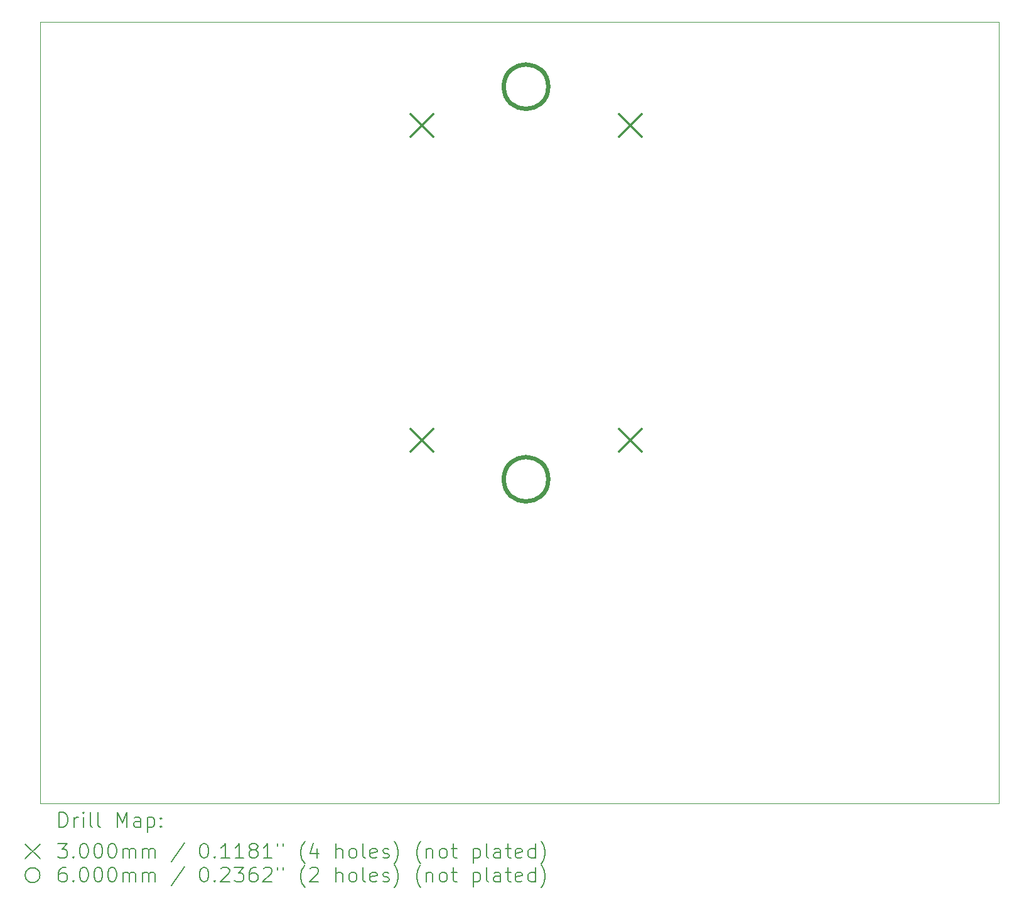
<source format=gbr>
%TF.GenerationSoftware,KiCad,Pcbnew,7.0.9*%
%TF.CreationDate,2024-05-29T20:40:22+05:30*%
%TF.ProjectId,LU,4c552e6b-6963-4616-945f-706362585858,rev?*%
%TF.SameCoordinates,Original*%
%TF.FileFunction,Drillmap*%
%TF.FilePolarity,Positive*%
%FSLAX45Y45*%
G04 Gerber Fmt 4.5, Leading zero omitted, Abs format (unit mm)*
G04 Created by KiCad (PCBNEW 7.0.9) date 2024-05-29 20:40:22*
%MOMM*%
%LPD*%
G01*
G04 APERTURE LIST*
%ADD10C,0.100000*%
%ADD11C,0.200000*%
%ADD12C,0.300000*%
%ADD13C,0.600000*%
G04 APERTURE END LIST*
D10*
X8730000Y-9280000D02*
X21660000Y-9280000D01*
X21660000Y-19830000D01*
X8730000Y-19830000D01*
X8730000Y-9280000D01*
D11*
D12*
X13725000Y-10525000D02*
X14025000Y-10825000D01*
X14025000Y-10525000D02*
X13725000Y-10825000D01*
X13725000Y-14775000D02*
X14025000Y-15075000D01*
X14025000Y-14775000D02*
X13725000Y-15075000D01*
X16535000Y-10525000D02*
X16835000Y-10825000D01*
X16835000Y-10525000D02*
X16535000Y-10825000D01*
X16535000Y-14775000D02*
X16835000Y-15075000D01*
X16835000Y-14775000D02*
X16535000Y-15075000D01*
D13*
X15580000Y-10150000D02*
G75*
G03*
X15580000Y-10150000I-300000J0D01*
G01*
X15580000Y-15450000D02*
G75*
G03*
X15580000Y-15450000I-300000J0D01*
G01*
D11*
X8985777Y-20146484D02*
X8985777Y-19946484D01*
X8985777Y-19946484D02*
X9033396Y-19946484D01*
X9033396Y-19946484D02*
X9061967Y-19956008D01*
X9061967Y-19956008D02*
X9081015Y-19975055D01*
X9081015Y-19975055D02*
X9090539Y-19994103D01*
X9090539Y-19994103D02*
X9100063Y-20032198D01*
X9100063Y-20032198D02*
X9100063Y-20060770D01*
X9100063Y-20060770D02*
X9090539Y-20098865D01*
X9090539Y-20098865D02*
X9081015Y-20117912D01*
X9081015Y-20117912D02*
X9061967Y-20136960D01*
X9061967Y-20136960D02*
X9033396Y-20146484D01*
X9033396Y-20146484D02*
X8985777Y-20146484D01*
X9185777Y-20146484D02*
X9185777Y-20013150D01*
X9185777Y-20051246D02*
X9195301Y-20032198D01*
X9195301Y-20032198D02*
X9204824Y-20022674D01*
X9204824Y-20022674D02*
X9223872Y-20013150D01*
X9223872Y-20013150D02*
X9242920Y-20013150D01*
X9309586Y-20146484D02*
X9309586Y-20013150D01*
X9309586Y-19946484D02*
X9300063Y-19956008D01*
X9300063Y-19956008D02*
X9309586Y-19965531D01*
X9309586Y-19965531D02*
X9319110Y-19956008D01*
X9319110Y-19956008D02*
X9309586Y-19946484D01*
X9309586Y-19946484D02*
X9309586Y-19965531D01*
X9433396Y-20146484D02*
X9414348Y-20136960D01*
X9414348Y-20136960D02*
X9404824Y-20117912D01*
X9404824Y-20117912D02*
X9404824Y-19946484D01*
X9538158Y-20146484D02*
X9519110Y-20136960D01*
X9519110Y-20136960D02*
X9509586Y-20117912D01*
X9509586Y-20117912D02*
X9509586Y-19946484D01*
X9766729Y-20146484D02*
X9766729Y-19946484D01*
X9766729Y-19946484D02*
X9833396Y-20089341D01*
X9833396Y-20089341D02*
X9900063Y-19946484D01*
X9900063Y-19946484D02*
X9900063Y-20146484D01*
X10081015Y-20146484D02*
X10081015Y-20041722D01*
X10081015Y-20041722D02*
X10071491Y-20022674D01*
X10071491Y-20022674D02*
X10052444Y-20013150D01*
X10052444Y-20013150D02*
X10014348Y-20013150D01*
X10014348Y-20013150D02*
X9995301Y-20022674D01*
X10081015Y-20136960D02*
X10061967Y-20146484D01*
X10061967Y-20146484D02*
X10014348Y-20146484D01*
X10014348Y-20146484D02*
X9995301Y-20136960D01*
X9995301Y-20136960D02*
X9985777Y-20117912D01*
X9985777Y-20117912D02*
X9985777Y-20098865D01*
X9985777Y-20098865D02*
X9995301Y-20079817D01*
X9995301Y-20079817D02*
X10014348Y-20070293D01*
X10014348Y-20070293D02*
X10061967Y-20070293D01*
X10061967Y-20070293D02*
X10081015Y-20060770D01*
X10176253Y-20013150D02*
X10176253Y-20213150D01*
X10176253Y-20022674D02*
X10195301Y-20013150D01*
X10195301Y-20013150D02*
X10233396Y-20013150D01*
X10233396Y-20013150D02*
X10252444Y-20022674D01*
X10252444Y-20022674D02*
X10261967Y-20032198D01*
X10261967Y-20032198D02*
X10271491Y-20051246D01*
X10271491Y-20051246D02*
X10271491Y-20108389D01*
X10271491Y-20108389D02*
X10261967Y-20127436D01*
X10261967Y-20127436D02*
X10252444Y-20136960D01*
X10252444Y-20136960D02*
X10233396Y-20146484D01*
X10233396Y-20146484D02*
X10195301Y-20146484D01*
X10195301Y-20146484D02*
X10176253Y-20136960D01*
X10357205Y-20127436D02*
X10366729Y-20136960D01*
X10366729Y-20136960D02*
X10357205Y-20146484D01*
X10357205Y-20146484D02*
X10347682Y-20136960D01*
X10347682Y-20136960D02*
X10357205Y-20127436D01*
X10357205Y-20127436D02*
X10357205Y-20146484D01*
X10357205Y-20022674D02*
X10366729Y-20032198D01*
X10366729Y-20032198D02*
X10357205Y-20041722D01*
X10357205Y-20041722D02*
X10347682Y-20032198D01*
X10347682Y-20032198D02*
X10357205Y-20022674D01*
X10357205Y-20022674D02*
X10357205Y-20041722D01*
X8525000Y-20375000D02*
X8725000Y-20575000D01*
X8725000Y-20375000D02*
X8525000Y-20575000D01*
X8966729Y-20366484D02*
X9090539Y-20366484D01*
X9090539Y-20366484D02*
X9023872Y-20442674D01*
X9023872Y-20442674D02*
X9052444Y-20442674D01*
X9052444Y-20442674D02*
X9071491Y-20452198D01*
X9071491Y-20452198D02*
X9081015Y-20461722D01*
X9081015Y-20461722D02*
X9090539Y-20480770D01*
X9090539Y-20480770D02*
X9090539Y-20528389D01*
X9090539Y-20528389D02*
X9081015Y-20547436D01*
X9081015Y-20547436D02*
X9071491Y-20556960D01*
X9071491Y-20556960D02*
X9052444Y-20566484D01*
X9052444Y-20566484D02*
X8995301Y-20566484D01*
X8995301Y-20566484D02*
X8976253Y-20556960D01*
X8976253Y-20556960D02*
X8966729Y-20547436D01*
X9176253Y-20547436D02*
X9185777Y-20556960D01*
X9185777Y-20556960D02*
X9176253Y-20566484D01*
X9176253Y-20566484D02*
X9166729Y-20556960D01*
X9166729Y-20556960D02*
X9176253Y-20547436D01*
X9176253Y-20547436D02*
X9176253Y-20566484D01*
X9309586Y-20366484D02*
X9328634Y-20366484D01*
X9328634Y-20366484D02*
X9347682Y-20376008D01*
X9347682Y-20376008D02*
X9357205Y-20385531D01*
X9357205Y-20385531D02*
X9366729Y-20404579D01*
X9366729Y-20404579D02*
X9376253Y-20442674D01*
X9376253Y-20442674D02*
X9376253Y-20490293D01*
X9376253Y-20490293D02*
X9366729Y-20528389D01*
X9366729Y-20528389D02*
X9357205Y-20547436D01*
X9357205Y-20547436D02*
X9347682Y-20556960D01*
X9347682Y-20556960D02*
X9328634Y-20566484D01*
X9328634Y-20566484D02*
X9309586Y-20566484D01*
X9309586Y-20566484D02*
X9290539Y-20556960D01*
X9290539Y-20556960D02*
X9281015Y-20547436D01*
X9281015Y-20547436D02*
X9271491Y-20528389D01*
X9271491Y-20528389D02*
X9261967Y-20490293D01*
X9261967Y-20490293D02*
X9261967Y-20442674D01*
X9261967Y-20442674D02*
X9271491Y-20404579D01*
X9271491Y-20404579D02*
X9281015Y-20385531D01*
X9281015Y-20385531D02*
X9290539Y-20376008D01*
X9290539Y-20376008D02*
X9309586Y-20366484D01*
X9500063Y-20366484D02*
X9519110Y-20366484D01*
X9519110Y-20366484D02*
X9538158Y-20376008D01*
X9538158Y-20376008D02*
X9547682Y-20385531D01*
X9547682Y-20385531D02*
X9557205Y-20404579D01*
X9557205Y-20404579D02*
X9566729Y-20442674D01*
X9566729Y-20442674D02*
X9566729Y-20490293D01*
X9566729Y-20490293D02*
X9557205Y-20528389D01*
X9557205Y-20528389D02*
X9547682Y-20547436D01*
X9547682Y-20547436D02*
X9538158Y-20556960D01*
X9538158Y-20556960D02*
X9519110Y-20566484D01*
X9519110Y-20566484D02*
X9500063Y-20566484D01*
X9500063Y-20566484D02*
X9481015Y-20556960D01*
X9481015Y-20556960D02*
X9471491Y-20547436D01*
X9471491Y-20547436D02*
X9461967Y-20528389D01*
X9461967Y-20528389D02*
X9452444Y-20490293D01*
X9452444Y-20490293D02*
X9452444Y-20442674D01*
X9452444Y-20442674D02*
X9461967Y-20404579D01*
X9461967Y-20404579D02*
X9471491Y-20385531D01*
X9471491Y-20385531D02*
X9481015Y-20376008D01*
X9481015Y-20376008D02*
X9500063Y-20366484D01*
X9690539Y-20366484D02*
X9709586Y-20366484D01*
X9709586Y-20366484D02*
X9728634Y-20376008D01*
X9728634Y-20376008D02*
X9738158Y-20385531D01*
X9738158Y-20385531D02*
X9747682Y-20404579D01*
X9747682Y-20404579D02*
X9757205Y-20442674D01*
X9757205Y-20442674D02*
X9757205Y-20490293D01*
X9757205Y-20490293D02*
X9747682Y-20528389D01*
X9747682Y-20528389D02*
X9738158Y-20547436D01*
X9738158Y-20547436D02*
X9728634Y-20556960D01*
X9728634Y-20556960D02*
X9709586Y-20566484D01*
X9709586Y-20566484D02*
X9690539Y-20566484D01*
X9690539Y-20566484D02*
X9671491Y-20556960D01*
X9671491Y-20556960D02*
X9661967Y-20547436D01*
X9661967Y-20547436D02*
X9652444Y-20528389D01*
X9652444Y-20528389D02*
X9642920Y-20490293D01*
X9642920Y-20490293D02*
X9642920Y-20442674D01*
X9642920Y-20442674D02*
X9652444Y-20404579D01*
X9652444Y-20404579D02*
X9661967Y-20385531D01*
X9661967Y-20385531D02*
X9671491Y-20376008D01*
X9671491Y-20376008D02*
X9690539Y-20366484D01*
X9842920Y-20566484D02*
X9842920Y-20433150D01*
X9842920Y-20452198D02*
X9852444Y-20442674D01*
X9852444Y-20442674D02*
X9871491Y-20433150D01*
X9871491Y-20433150D02*
X9900063Y-20433150D01*
X9900063Y-20433150D02*
X9919110Y-20442674D01*
X9919110Y-20442674D02*
X9928634Y-20461722D01*
X9928634Y-20461722D02*
X9928634Y-20566484D01*
X9928634Y-20461722D02*
X9938158Y-20442674D01*
X9938158Y-20442674D02*
X9957205Y-20433150D01*
X9957205Y-20433150D02*
X9985777Y-20433150D01*
X9985777Y-20433150D02*
X10004825Y-20442674D01*
X10004825Y-20442674D02*
X10014348Y-20461722D01*
X10014348Y-20461722D02*
X10014348Y-20566484D01*
X10109586Y-20566484D02*
X10109586Y-20433150D01*
X10109586Y-20452198D02*
X10119110Y-20442674D01*
X10119110Y-20442674D02*
X10138158Y-20433150D01*
X10138158Y-20433150D02*
X10166729Y-20433150D01*
X10166729Y-20433150D02*
X10185777Y-20442674D01*
X10185777Y-20442674D02*
X10195301Y-20461722D01*
X10195301Y-20461722D02*
X10195301Y-20566484D01*
X10195301Y-20461722D02*
X10204825Y-20442674D01*
X10204825Y-20442674D02*
X10223872Y-20433150D01*
X10223872Y-20433150D02*
X10252444Y-20433150D01*
X10252444Y-20433150D02*
X10271491Y-20442674D01*
X10271491Y-20442674D02*
X10281015Y-20461722D01*
X10281015Y-20461722D02*
X10281015Y-20566484D01*
X10671491Y-20356960D02*
X10500063Y-20614103D01*
X10928634Y-20366484D02*
X10947682Y-20366484D01*
X10947682Y-20366484D02*
X10966729Y-20376008D01*
X10966729Y-20376008D02*
X10976253Y-20385531D01*
X10976253Y-20385531D02*
X10985777Y-20404579D01*
X10985777Y-20404579D02*
X10995301Y-20442674D01*
X10995301Y-20442674D02*
X10995301Y-20490293D01*
X10995301Y-20490293D02*
X10985777Y-20528389D01*
X10985777Y-20528389D02*
X10976253Y-20547436D01*
X10976253Y-20547436D02*
X10966729Y-20556960D01*
X10966729Y-20556960D02*
X10947682Y-20566484D01*
X10947682Y-20566484D02*
X10928634Y-20566484D01*
X10928634Y-20566484D02*
X10909587Y-20556960D01*
X10909587Y-20556960D02*
X10900063Y-20547436D01*
X10900063Y-20547436D02*
X10890539Y-20528389D01*
X10890539Y-20528389D02*
X10881015Y-20490293D01*
X10881015Y-20490293D02*
X10881015Y-20442674D01*
X10881015Y-20442674D02*
X10890539Y-20404579D01*
X10890539Y-20404579D02*
X10900063Y-20385531D01*
X10900063Y-20385531D02*
X10909587Y-20376008D01*
X10909587Y-20376008D02*
X10928634Y-20366484D01*
X11081015Y-20547436D02*
X11090539Y-20556960D01*
X11090539Y-20556960D02*
X11081015Y-20566484D01*
X11081015Y-20566484D02*
X11071491Y-20556960D01*
X11071491Y-20556960D02*
X11081015Y-20547436D01*
X11081015Y-20547436D02*
X11081015Y-20566484D01*
X11281015Y-20566484D02*
X11166729Y-20566484D01*
X11223872Y-20566484D02*
X11223872Y-20366484D01*
X11223872Y-20366484D02*
X11204825Y-20395055D01*
X11204825Y-20395055D02*
X11185777Y-20414103D01*
X11185777Y-20414103D02*
X11166729Y-20423627D01*
X11471491Y-20566484D02*
X11357206Y-20566484D01*
X11414348Y-20566484D02*
X11414348Y-20366484D01*
X11414348Y-20366484D02*
X11395301Y-20395055D01*
X11395301Y-20395055D02*
X11376253Y-20414103D01*
X11376253Y-20414103D02*
X11357206Y-20423627D01*
X11585777Y-20452198D02*
X11566729Y-20442674D01*
X11566729Y-20442674D02*
X11557206Y-20433150D01*
X11557206Y-20433150D02*
X11547682Y-20414103D01*
X11547682Y-20414103D02*
X11547682Y-20404579D01*
X11547682Y-20404579D02*
X11557206Y-20385531D01*
X11557206Y-20385531D02*
X11566729Y-20376008D01*
X11566729Y-20376008D02*
X11585777Y-20366484D01*
X11585777Y-20366484D02*
X11623872Y-20366484D01*
X11623872Y-20366484D02*
X11642920Y-20376008D01*
X11642920Y-20376008D02*
X11652444Y-20385531D01*
X11652444Y-20385531D02*
X11661967Y-20404579D01*
X11661967Y-20404579D02*
X11661967Y-20414103D01*
X11661967Y-20414103D02*
X11652444Y-20433150D01*
X11652444Y-20433150D02*
X11642920Y-20442674D01*
X11642920Y-20442674D02*
X11623872Y-20452198D01*
X11623872Y-20452198D02*
X11585777Y-20452198D01*
X11585777Y-20452198D02*
X11566729Y-20461722D01*
X11566729Y-20461722D02*
X11557206Y-20471246D01*
X11557206Y-20471246D02*
X11547682Y-20490293D01*
X11547682Y-20490293D02*
X11547682Y-20528389D01*
X11547682Y-20528389D02*
X11557206Y-20547436D01*
X11557206Y-20547436D02*
X11566729Y-20556960D01*
X11566729Y-20556960D02*
X11585777Y-20566484D01*
X11585777Y-20566484D02*
X11623872Y-20566484D01*
X11623872Y-20566484D02*
X11642920Y-20556960D01*
X11642920Y-20556960D02*
X11652444Y-20547436D01*
X11652444Y-20547436D02*
X11661967Y-20528389D01*
X11661967Y-20528389D02*
X11661967Y-20490293D01*
X11661967Y-20490293D02*
X11652444Y-20471246D01*
X11652444Y-20471246D02*
X11642920Y-20461722D01*
X11642920Y-20461722D02*
X11623872Y-20452198D01*
X11852444Y-20566484D02*
X11738158Y-20566484D01*
X11795301Y-20566484D02*
X11795301Y-20366484D01*
X11795301Y-20366484D02*
X11776253Y-20395055D01*
X11776253Y-20395055D02*
X11757206Y-20414103D01*
X11757206Y-20414103D02*
X11738158Y-20423627D01*
X11928634Y-20366484D02*
X11928634Y-20404579D01*
X12004825Y-20366484D02*
X12004825Y-20404579D01*
X12300063Y-20642674D02*
X12290539Y-20633150D01*
X12290539Y-20633150D02*
X12271491Y-20604579D01*
X12271491Y-20604579D02*
X12261968Y-20585531D01*
X12261968Y-20585531D02*
X12252444Y-20556960D01*
X12252444Y-20556960D02*
X12242920Y-20509341D01*
X12242920Y-20509341D02*
X12242920Y-20471246D01*
X12242920Y-20471246D02*
X12252444Y-20423627D01*
X12252444Y-20423627D02*
X12261968Y-20395055D01*
X12261968Y-20395055D02*
X12271491Y-20376008D01*
X12271491Y-20376008D02*
X12290539Y-20347436D01*
X12290539Y-20347436D02*
X12300063Y-20337912D01*
X12461968Y-20433150D02*
X12461968Y-20566484D01*
X12414348Y-20356960D02*
X12366729Y-20499817D01*
X12366729Y-20499817D02*
X12490539Y-20499817D01*
X12719110Y-20566484D02*
X12719110Y-20366484D01*
X12804825Y-20566484D02*
X12804825Y-20461722D01*
X12804825Y-20461722D02*
X12795301Y-20442674D01*
X12795301Y-20442674D02*
X12776253Y-20433150D01*
X12776253Y-20433150D02*
X12747682Y-20433150D01*
X12747682Y-20433150D02*
X12728634Y-20442674D01*
X12728634Y-20442674D02*
X12719110Y-20452198D01*
X12928634Y-20566484D02*
X12909587Y-20556960D01*
X12909587Y-20556960D02*
X12900063Y-20547436D01*
X12900063Y-20547436D02*
X12890539Y-20528389D01*
X12890539Y-20528389D02*
X12890539Y-20471246D01*
X12890539Y-20471246D02*
X12900063Y-20452198D01*
X12900063Y-20452198D02*
X12909587Y-20442674D01*
X12909587Y-20442674D02*
X12928634Y-20433150D01*
X12928634Y-20433150D02*
X12957206Y-20433150D01*
X12957206Y-20433150D02*
X12976253Y-20442674D01*
X12976253Y-20442674D02*
X12985777Y-20452198D01*
X12985777Y-20452198D02*
X12995301Y-20471246D01*
X12995301Y-20471246D02*
X12995301Y-20528389D01*
X12995301Y-20528389D02*
X12985777Y-20547436D01*
X12985777Y-20547436D02*
X12976253Y-20556960D01*
X12976253Y-20556960D02*
X12957206Y-20566484D01*
X12957206Y-20566484D02*
X12928634Y-20566484D01*
X13109587Y-20566484D02*
X13090539Y-20556960D01*
X13090539Y-20556960D02*
X13081015Y-20537912D01*
X13081015Y-20537912D02*
X13081015Y-20366484D01*
X13261968Y-20556960D02*
X13242920Y-20566484D01*
X13242920Y-20566484D02*
X13204825Y-20566484D01*
X13204825Y-20566484D02*
X13185777Y-20556960D01*
X13185777Y-20556960D02*
X13176253Y-20537912D01*
X13176253Y-20537912D02*
X13176253Y-20461722D01*
X13176253Y-20461722D02*
X13185777Y-20442674D01*
X13185777Y-20442674D02*
X13204825Y-20433150D01*
X13204825Y-20433150D02*
X13242920Y-20433150D01*
X13242920Y-20433150D02*
X13261968Y-20442674D01*
X13261968Y-20442674D02*
X13271491Y-20461722D01*
X13271491Y-20461722D02*
X13271491Y-20480770D01*
X13271491Y-20480770D02*
X13176253Y-20499817D01*
X13347682Y-20556960D02*
X13366730Y-20566484D01*
X13366730Y-20566484D02*
X13404825Y-20566484D01*
X13404825Y-20566484D02*
X13423872Y-20556960D01*
X13423872Y-20556960D02*
X13433396Y-20537912D01*
X13433396Y-20537912D02*
X13433396Y-20528389D01*
X13433396Y-20528389D02*
X13423872Y-20509341D01*
X13423872Y-20509341D02*
X13404825Y-20499817D01*
X13404825Y-20499817D02*
X13376253Y-20499817D01*
X13376253Y-20499817D02*
X13357206Y-20490293D01*
X13357206Y-20490293D02*
X13347682Y-20471246D01*
X13347682Y-20471246D02*
X13347682Y-20461722D01*
X13347682Y-20461722D02*
X13357206Y-20442674D01*
X13357206Y-20442674D02*
X13376253Y-20433150D01*
X13376253Y-20433150D02*
X13404825Y-20433150D01*
X13404825Y-20433150D02*
X13423872Y-20442674D01*
X13500063Y-20642674D02*
X13509587Y-20633150D01*
X13509587Y-20633150D02*
X13528634Y-20604579D01*
X13528634Y-20604579D02*
X13538158Y-20585531D01*
X13538158Y-20585531D02*
X13547682Y-20556960D01*
X13547682Y-20556960D02*
X13557206Y-20509341D01*
X13557206Y-20509341D02*
X13557206Y-20471246D01*
X13557206Y-20471246D02*
X13547682Y-20423627D01*
X13547682Y-20423627D02*
X13538158Y-20395055D01*
X13538158Y-20395055D02*
X13528634Y-20376008D01*
X13528634Y-20376008D02*
X13509587Y-20347436D01*
X13509587Y-20347436D02*
X13500063Y-20337912D01*
X13861968Y-20642674D02*
X13852444Y-20633150D01*
X13852444Y-20633150D02*
X13833396Y-20604579D01*
X13833396Y-20604579D02*
X13823872Y-20585531D01*
X13823872Y-20585531D02*
X13814349Y-20556960D01*
X13814349Y-20556960D02*
X13804825Y-20509341D01*
X13804825Y-20509341D02*
X13804825Y-20471246D01*
X13804825Y-20471246D02*
X13814349Y-20423627D01*
X13814349Y-20423627D02*
X13823872Y-20395055D01*
X13823872Y-20395055D02*
X13833396Y-20376008D01*
X13833396Y-20376008D02*
X13852444Y-20347436D01*
X13852444Y-20347436D02*
X13861968Y-20337912D01*
X13938158Y-20433150D02*
X13938158Y-20566484D01*
X13938158Y-20452198D02*
X13947682Y-20442674D01*
X13947682Y-20442674D02*
X13966730Y-20433150D01*
X13966730Y-20433150D02*
X13995301Y-20433150D01*
X13995301Y-20433150D02*
X14014349Y-20442674D01*
X14014349Y-20442674D02*
X14023872Y-20461722D01*
X14023872Y-20461722D02*
X14023872Y-20566484D01*
X14147682Y-20566484D02*
X14128634Y-20556960D01*
X14128634Y-20556960D02*
X14119111Y-20547436D01*
X14119111Y-20547436D02*
X14109587Y-20528389D01*
X14109587Y-20528389D02*
X14109587Y-20471246D01*
X14109587Y-20471246D02*
X14119111Y-20452198D01*
X14119111Y-20452198D02*
X14128634Y-20442674D01*
X14128634Y-20442674D02*
X14147682Y-20433150D01*
X14147682Y-20433150D02*
X14176253Y-20433150D01*
X14176253Y-20433150D02*
X14195301Y-20442674D01*
X14195301Y-20442674D02*
X14204825Y-20452198D01*
X14204825Y-20452198D02*
X14214349Y-20471246D01*
X14214349Y-20471246D02*
X14214349Y-20528389D01*
X14214349Y-20528389D02*
X14204825Y-20547436D01*
X14204825Y-20547436D02*
X14195301Y-20556960D01*
X14195301Y-20556960D02*
X14176253Y-20566484D01*
X14176253Y-20566484D02*
X14147682Y-20566484D01*
X14271492Y-20433150D02*
X14347682Y-20433150D01*
X14300063Y-20366484D02*
X14300063Y-20537912D01*
X14300063Y-20537912D02*
X14309587Y-20556960D01*
X14309587Y-20556960D02*
X14328634Y-20566484D01*
X14328634Y-20566484D02*
X14347682Y-20566484D01*
X14566730Y-20433150D02*
X14566730Y-20633150D01*
X14566730Y-20442674D02*
X14585777Y-20433150D01*
X14585777Y-20433150D02*
X14623873Y-20433150D01*
X14623873Y-20433150D02*
X14642920Y-20442674D01*
X14642920Y-20442674D02*
X14652444Y-20452198D01*
X14652444Y-20452198D02*
X14661968Y-20471246D01*
X14661968Y-20471246D02*
X14661968Y-20528389D01*
X14661968Y-20528389D02*
X14652444Y-20547436D01*
X14652444Y-20547436D02*
X14642920Y-20556960D01*
X14642920Y-20556960D02*
X14623873Y-20566484D01*
X14623873Y-20566484D02*
X14585777Y-20566484D01*
X14585777Y-20566484D02*
X14566730Y-20556960D01*
X14776253Y-20566484D02*
X14757206Y-20556960D01*
X14757206Y-20556960D02*
X14747682Y-20537912D01*
X14747682Y-20537912D02*
X14747682Y-20366484D01*
X14938158Y-20566484D02*
X14938158Y-20461722D01*
X14938158Y-20461722D02*
X14928634Y-20442674D01*
X14928634Y-20442674D02*
X14909587Y-20433150D01*
X14909587Y-20433150D02*
X14871492Y-20433150D01*
X14871492Y-20433150D02*
X14852444Y-20442674D01*
X14938158Y-20556960D02*
X14919111Y-20566484D01*
X14919111Y-20566484D02*
X14871492Y-20566484D01*
X14871492Y-20566484D02*
X14852444Y-20556960D01*
X14852444Y-20556960D02*
X14842920Y-20537912D01*
X14842920Y-20537912D02*
X14842920Y-20518865D01*
X14842920Y-20518865D02*
X14852444Y-20499817D01*
X14852444Y-20499817D02*
X14871492Y-20490293D01*
X14871492Y-20490293D02*
X14919111Y-20490293D01*
X14919111Y-20490293D02*
X14938158Y-20480770D01*
X15004825Y-20433150D02*
X15081015Y-20433150D01*
X15033396Y-20366484D02*
X15033396Y-20537912D01*
X15033396Y-20537912D02*
X15042920Y-20556960D01*
X15042920Y-20556960D02*
X15061968Y-20566484D01*
X15061968Y-20566484D02*
X15081015Y-20566484D01*
X15223873Y-20556960D02*
X15204825Y-20566484D01*
X15204825Y-20566484D02*
X15166730Y-20566484D01*
X15166730Y-20566484D02*
X15147682Y-20556960D01*
X15147682Y-20556960D02*
X15138158Y-20537912D01*
X15138158Y-20537912D02*
X15138158Y-20461722D01*
X15138158Y-20461722D02*
X15147682Y-20442674D01*
X15147682Y-20442674D02*
X15166730Y-20433150D01*
X15166730Y-20433150D02*
X15204825Y-20433150D01*
X15204825Y-20433150D02*
X15223873Y-20442674D01*
X15223873Y-20442674D02*
X15233396Y-20461722D01*
X15233396Y-20461722D02*
X15233396Y-20480770D01*
X15233396Y-20480770D02*
X15138158Y-20499817D01*
X15404825Y-20566484D02*
X15404825Y-20366484D01*
X15404825Y-20556960D02*
X15385777Y-20566484D01*
X15385777Y-20566484D02*
X15347682Y-20566484D01*
X15347682Y-20566484D02*
X15328634Y-20556960D01*
X15328634Y-20556960D02*
X15319111Y-20547436D01*
X15319111Y-20547436D02*
X15309587Y-20528389D01*
X15309587Y-20528389D02*
X15309587Y-20471246D01*
X15309587Y-20471246D02*
X15319111Y-20452198D01*
X15319111Y-20452198D02*
X15328634Y-20442674D01*
X15328634Y-20442674D02*
X15347682Y-20433150D01*
X15347682Y-20433150D02*
X15385777Y-20433150D01*
X15385777Y-20433150D02*
X15404825Y-20442674D01*
X15481015Y-20642674D02*
X15490539Y-20633150D01*
X15490539Y-20633150D02*
X15509587Y-20604579D01*
X15509587Y-20604579D02*
X15519111Y-20585531D01*
X15519111Y-20585531D02*
X15528634Y-20556960D01*
X15528634Y-20556960D02*
X15538158Y-20509341D01*
X15538158Y-20509341D02*
X15538158Y-20471246D01*
X15538158Y-20471246D02*
X15528634Y-20423627D01*
X15528634Y-20423627D02*
X15519111Y-20395055D01*
X15519111Y-20395055D02*
X15509587Y-20376008D01*
X15509587Y-20376008D02*
X15490539Y-20347436D01*
X15490539Y-20347436D02*
X15481015Y-20337912D01*
X8725000Y-20795000D02*
G75*
G03*
X8725000Y-20795000I-100000J0D01*
G01*
X9071491Y-20686484D02*
X9033396Y-20686484D01*
X9033396Y-20686484D02*
X9014348Y-20696008D01*
X9014348Y-20696008D02*
X9004824Y-20705531D01*
X9004824Y-20705531D02*
X8985777Y-20734103D01*
X8985777Y-20734103D02*
X8976253Y-20772198D01*
X8976253Y-20772198D02*
X8976253Y-20848389D01*
X8976253Y-20848389D02*
X8985777Y-20867436D01*
X8985777Y-20867436D02*
X8995301Y-20876960D01*
X8995301Y-20876960D02*
X9014348Y-20886484D01*
X9014348Y-20886484D02*
X9052444Y-20886484D01*
X9052444Y-20886484D02*
X9071491Y-20876960D01*
X9071491Y-20876960D02*
X9081015Y-20867436D01*
X9081015Y-20867436D02*
X9090539Y-20848389D01*
X9090539Y-20848389D02*
X9090539Y-20800770D01*
X9090539Y-20800770D02*
X9081015Y-20781722D01*
X9081015Y-20781722D02*
X9071491Y-20772198D01*
X9071491Y-20772198D02*
X9052444Y-20762674D01*
X9052444Y-20762674D02*
X9014348Y-20762674D01*
X9014348Y-20762674D02*
X8995301Y-20772198D01*
X8995301Y-20772198D02*
X8985777Y-20781722D01*
X8985777Y-20781722D02*
X8976253Y-20800770D01*
X9176253Y-20867436D02*
X9185777Y-20876960D01*
X9185777Y-20876960D02*
X9176253Y-20886484D01*
X9176253Y-20886484D02*
X9166729Y-20876960D01*
X9166729Y-20876960D02*
X9176253Y-20867436D01*
X9176253Y-20867436D02*
X9176253Y-20886484D01*
X9309586Y-20686484D02*
X9328634Y-20686484D01*
X9328634Y-20686484D02*
X9347682Y-20696008D01*
X9347682Y-20696008D02*
X9357205Y-20705531D01*
X9357205Y-20705531D02*
X9366729Y-20724579D01*
X9366729Y-20724579D02*
X9376253Y-20762674D01*
X9376253Y-20762674D02*
X9376253Y-20810293D01*
X9376253Y-20810293D02*
X9366729Y-20848389D01*
X9366729Y-20848389D02*
X9357205Y-20867436D01*
X9357205Y-20867436D02*
X9347682Y-20876960D01*
X9347682Y-20876960D02*
X9328634Y-20886484D01*
X9328634Y-20886484D02*
X9309586Y-20886484D01*
X9309586Y-20886484D02*
X9290539Y-20876960D01*
X9290539Y-20876960D02*
X9281015Y-20867436D01*
X9281015Y-20867436D02*
X9271491Y-20848389D01*
X9271491Y-20848389D02*
X9261967Y-20810293D01*
X9261967Y-20810293D02*
X9261967Y-20762674D01*
X9261967Y-20762674D02*
X9271491Y-20724579D01*
X9271491Y-20724579D02*
X9281015Y-20705531D01*
X9281015Y-20705531D02*
X9290539Y-20696008D01*
X9290539Y-20696008D02*
X9309586Y-20686484D01*
X9500063Y-20686484D02*
X9519110Y-20686484D01*
X9519110Y-20686484D02*
X9538158Y-20696008D01*
X9538158Y-20696008D02*
X9547682Y-20705531D01*
X9547682Y-20705531D02*
X9557205Y-20724579D01*
X9557205Y-20724579D02*
X9566729Y-20762674D01*
X9566729Y-20762674D02*
X9566729Y-20810293D01*
X9566729Y-20810293D02*
X9557205Y-20848389D01*
X9557205Y-20848389D02*
X9547682Y-20867436D01*
X9547682Y-20867436D02*
X9538158Y-20876960D01*
X9538158Y-20876960D02*
X9519110Y-20886484D01*
X9519110Y-20886484D02*
X9500063Y-20886484D01*
X9500063Y-20886484D02*
X9481015Y-20876960D01*
X9481015Y-20876960D02*
X9471491Y-20867436D01*
X9471491Y-20867436D02*
X9461967Y-20848389D01*
X9461967Y-20848389D02*
X9452444Y-20810293D01*
X9452444Y-20810293D02*
X9452444Y-20762674D01*
X9452444Y-20762674D02*
X9461967Y-20724579D01*
X9461967Y-20724579D02*
X9471491Y-20705531D01*
X9471491Y-20705531D02*
X9481015Y-20696008D01*
X9481015Y-20696008D02*
X9500063Y-20686484D01*
X9690539Y-20686484D02*
X9709586Y-20686484D01*
X9709586Y-20686484D02*
X9728634Y-20696008D01*
X9728634Y-20696008D02*
X9738158Y-20705531D01*
X9738158Y-20705531D02*
X9747682Y-20724579D01*
X9747682Y-20724579D02*
X9757205Y-20762674D01*
X9757205Y-20762674D02*
X9757205Y-20810293D01*
X9757205Y-20810293D02*
X9747682Y-20848389D01*
X9747682Y-20848389D02*
X9738158Y-20867436D01*
X9738158Y-20867436D02*
X9728634Y-20876960D01*
X9728634Y-20876960D02*
X9709586Y-20886484D01*
X9709586Y-20886484D02*
X9690539Y-20886484D01*
X9690539Y-20886484D02*
X9671491Y-20876960D01*
X9671491Y-20876960D02*
X9661967Y-20867436D01*
X9661967Y-20867436D02*
X9652444Y-20848389D01*
X9652444Y-20848389D02*
X9642920Y-20810293D01*
X9642920Y-20810293D02*
X9642920Y-20762674D01*
X9642920Y-20762674D02*
X9652444Y-20724579D01*
X9652444Y-20724579D02*
X9661967Y-20705531D01*
X9661967Y-20705531D02*
X9671491Y-20696008D01*
X9671491Y-20696008D02*
X9690539Y-20686484D01*
X9842920Y-20886484D02*
X9842920Y-20753150D01*
X9842920Y-20772198D02*
X9852444Y-20762674D01*
X9852444Y-20762674D02*
X9871491Y-20753150D01*
X9871491Y-20753150D02*
X9900063Y-20753150D01*
X9900063Y-20753150D02*
X9919110Y-20762674D01*
X9919110Y-20762674D02*
X9928634Y-20781722D01*
X9928634Y-20781722D02*
X9928634Y-20886484D01*
X9928634Y-20781722D02*
X9938158Y-20762674D01*
X9938158Y-20762674D02*
X9957205Y-20753150D01*
X9957205Y-20753150D02*
X9985777Y-20753150D01*
X9985777Y-20753150D02*
X10004825Y-20762674D01*
X10004825Y-20762674D02*
X10014348Y-20781722D01*
X10014348Y-20781722D02*
X10014348Y-20886484D01*
X10109586Y-20886484D02*
X10109586Y-20753150D01*
X10109586Y-20772198D02*
X10119110Y-20762674D01*
X10119110Y-20762674D02*
X10138158Y-20753150D01*
X10138158Y-20753150D02*
X10166729Y-20753150D01*
X10166729Y-20753150D02*
X10185777Y-20762674D01*
X10185777Y-20762674D02*
X10195301Y-20781722D01*
X10195301Y-20781722D02*
X10195301Y-20886484D01*
X10195301Y-20781722D02*
X10204825Y-20762674D01*
X10204825Y-20762674D02*
X10223872Y-20753150D01*
X10223872Y-20753150D02*
X10252444Y-20753150D01*
X10252444Y-20753150D02*
X10271491Y-20762674D01*
X10271491Y-20762674D02*
X10281015Y-20781722D01*
X10281015Y-20781722D02*
X10281015Y-20886484D01*
X10671491Y-20676960D02*
X10500063Y-20934103D01*
X10928634Y-20686484D02*
X10947682Y-20686484D01*
X10947682Y-20686484D02*
X10966729Y-20696008D01*
X10966729Y-20696008D02*
X10976253Y-20705531D01*
X10976253Y-20705531D02*
X10985777Y-20724579D01*
X10985777Y-20724579D02*
X10995301Y-20762674D01*
X10995301Y-20762674D02*
X10995301Y-20810293D01*
X10995301Y-20810293D02*
X10985777Y-20848389D01*
X10985777Y-20848389D02*
X10976253Y-20867436D01*
X10976253Y-20867436D02*
X10966729Y-20876960D01*
X10966729Y-20876960D02*
X10947682Y-20886484D01*
X10947682Y-20886484D02*
X10928634Y-20886484D01*
X10928634Y-20886484D02*
X10909587Y-20876960D01*
X10909587Y-20876960D02*
X10900063Y-20867436D01*
X10900063Y-20867436D02*
X10890539Y-20848389D01*
X10890539Y-20848389D02*
X10881015Y-20810293D01*
X10881015Y-20810293D02*
X10881015Y-20762674D01*
X10881015Y-20762674D02*
X10890539Y-20724579D01*
X10890539Y-20724579D02*
X10900063Y-20705531D01*
X10900063Y-20705531D02*
X10909587Y-20696008D01*
X10909587Y-20696008D02*
X10928634Y-20686484D01*
X11081015Y-20867436D02*
X11090539Y-20876960D01*
X11090539Y-20876960D02*
X11081015Y-20886484D01*
X11081015Y-20886484D02*
X11071491Y-20876960D01*
X11071491Y-20876960D02*
X11081015Y-20867436D01*
X11081015Y-20867436D02*
X11081015Y-20886484D01*
X11166729Y-20705531D02*
X11176253Y-20696008D01*
X11176253Y-20696008D02*
X11195301Y-20686484D01*
X11195301Y-20686484D02*
X11242920Y-20686484D01*
X11242920Y-20686484D02*
X11261967Y-20696008D01*
X11261967Y-20696008D02*
X11271491Y-20705531D01*
X11271491Y-20705531D02*
X11281015Y-20724579D01*
X11281015Y-20724579D02*
X11281015Y-20743627D01*
X11281015Y-20743627D02*
X11271491Y-20772198D01*
X11271491Y-20772198D02*
X11157206Y-20886484D01*
X11157206Y-20886484D02*
X11281015Y-20886484D01*
X11347682Y-20686484D02*
X11471491Y-20686484D01*
X11471491Y-20686484D02*
X11404825Y-20762674D01*
X11404825Y-20762674D02*
X11433396Y-20762674D01*
X11433396Y-20762674D02*
X11452444Y-20772198D01*
X11452444Y-20772198D02*
X11461967Y-20781722D01*
X11461967Y-20781722D02*
X11471491Y-20800770D01*
X11471491Y-20800770D02*
X11471491Y-20848389D01*
X11471491Y-20848389D02*
X11461967Y-20867436D01*
X11461967Y-20867436D02*
X11452444Y-20876960D01*
X11452444Y-20876960D02*
X11433396Y-20886484D01*
X11433396Y-20886484D02*
X11376253Y-20886484D01*
X11376253Y-20886484D02*
X11357206Y-20876960D01*
X11357206Y-20876960D02*
X11347682Y-20867436D01*
X11642920Y-20686484D02*
X11604825Y-20686484D01*
X11604825Y-20686484D02*
X11585777Y-20696008D01*
X11585777Y-20696008D02*
X11576253Y-20705531D01*
X11576253Y-20705531D02*
X11557206Y-20734103D01*
X11557206Y-20734103D02*
X11547682Y-20772198D01*
X11547682Y-20772198D02*
X11547682Y-20848389D01*
X11547682Y-20848389D02*
X11557206Y-20867436D01*
X11557206Y-20867436D02*
X11566729Y-20876960D01*
X11566729Y-20876960D02*
X11585777Y-20886484D01*
X11585777Y-20886484D02*
X11623872Y-20886484D01*
X11623872Y-20886484D02*
X11642920Y-20876960D01*
X11642920Y-20876960D02*
X11652444Y-20867436D01*
X11652444Y-20867436D02*
X11661967Y-20848389D01*
X11661967Y-20848389D02*
X11661967Y-20800770D01*
X11661967Y-20800770D02*
X11652444Y-20781722D01*
X11652444Y-20781722D02*
X11642920Y-20772198D01*
X11642920Y-20772198D02*
X11623872Y-20762674D01*
X11623872Y-20762674D02*
X11585777Y-20762674D01*
X11585777Y-20762674D02*
X11566729Y-20772198D01*
X11566729Y-20772198D02*
X11557206Y-20781722D01*
X11557206Y-20781722D02*
X11547682Y-20800770D01*
X11738158Y-20705531D02*
X11747682Y-20696008D01*
X11747682Y-20696008D02*
X11766729Y-20686484D01*
X11766729Y-20686484D02*
X11814348Y-20686484D01*
X11814348Y-20686484D02*
X11833396Y-20696008D01*
X11833396Y-20696008D02*
X11842920Y-20705531D01*
X11842920Y-20705531D02*
X11852444Y-20724579D01*
X11852444Y-20724579D02*
X11852444Y-20743627D01*
X11852444Y-20743627D02*
X11842920Y-20772198D01*
X11842920Y-20772198D02*
X11728634Y-20886484D01*
X11728634Y-20886484D02*
X11852444Y-20886484D01*
X11928634Y-20686484D02*
X11928634Y-20724579D01*
X12004825Y-20686484D02*
X12004825Y-20724579D01*
X12300063Y-20962674D02*
X12290539Y-20953150D01*
X12290539Y-20953150D02*
X12271491Y-20924579D01*
X12271491Y-20924579D02*
X12261968Y-20905531D01*
X12261968Y-20905531D02*
X12252444Y-20876960D01*
X12252444Y-20876960D02*
X12242920Y-20829341D01*
X12242920Y-20829341D02*
X12242920Y-20791246D01*
X12242920Y-20791246D02*
X12252444Y-20743627D01*
X12252444Y-20743627D02*
X12261968Y-20715055D01*
X12261968Y-20715055D02*
X12271491Y-20696008D01*
X12271491Y-20696008D02*
X12290539Y-20667436D01*
X12290539Y-20667436D02*
X12300063Y-20657912D01*
X12366729Y-20705531D02*
X12376253Y-20696008D01*
X12376253Y-20696008D02*
X12395301Y-20686484D01*
X12395301Y-20686484D02*
X12442920Y-20686484D01*
X12442920Y-20686484D02*
X12461968Y-20696008D01*
X12461968Y-20696008D02*
X12471491Y-20705531D01*
X12471491Y-20705531D02*
X12481015Y-20724579D01*
X12481015Y-20724579D02*
X12481015Y-20743627D01*
X12481015Y-20743627D02*
X12471491Y-20772198D01*
X12471491Y-20772198D02*
X12357206Y-20886484D01*
X12357206Y-20886484D02*
X12481015Y-20886484D01*
X12719110Y-20886484D02*
X12719110Y-20686484D01*
X12804825Y-20886484D02*
X12804825Y-20781722D01*
X12804825Y-20781722D02*
X12795301Y-20762674D01*
X12795301Y-20762674D02*
X12776253Y-20753150D01*
X12776253Y-20753150D02*
X12747682Y-20753150D01*
X12747682Y-20753150D02*
X12728634Y-20762674D01*
X12728634Y-20762674D02*
X12719110Y-20772198D01*
X12928634Y-20886484D02*
X12909587Y-20876960D01*
X12909587Y-20876960D02*
X12900063Y-20867436D01*
X12900063Y-20867436D02*
X12890539Y-20848389D01*
X12890539Y-20848389D02*
X12890539Y-20791246D01*
X12890539Y-20791246D02*
X12900063Y-20772198D01*
X12900063Y-20772198D02*
X12909587Y-20762674D01*
X12909587Y-20762674D02*
X12928634Y-20753150D01*
X12928634Y-20753150D02*
X12957206Y-20753150D01*
X12957206Y-20753150D02*
X12976253Y-20762674D01*
X12976253Y-20762674D02*
X12985777Y-20772198D01*
X12985777Y-20772198D02*
X12995301Y-20791246D01*
X12995301Y-20791246D02*
X12995301Y-20848389D01*
X12995301Y-20848389D02*
X12985777Y-20867436D01*
X12985777Y-20867436D02*
X12976253Y-20876960D01*
X12976253Y-20876960D02*
X12957206Y-20886484D01*
X12957206Y-20886484D02*
X12928634Y-20886484D01*
X13109587Y-20886484D02*
X13090539Y-20876960D01*
X13090539Y-20876960D02*
X13081015Y-20857912D01*
X13081015Y-20857912D02*
X13081015Y-20686484D01*
X13261968Y-20876960D02*
X13242920Y-20886484D01*
X13242920Y-20886484D02*
X13204825Y-20886484D01*
X13204825Y-20886484D02*
X13185777Y-20876960D01*
X13185777Y-20876960D02*
X13176253Y-20857912D01*
X13176253Y-20857912D02*
X13176253Y-20781722D01*
X13176253Y-20781722D02*
X13185777Y-20762674D01*
X13185777Y-20762674D02*
X13204825Y-20753150D01*
X13204825Y-20753150D02*
X13242920Y-20753150D01*
X13242920Y-20753150D02*
X13261968Y-20762674D01*
X13261968Y-20762674D02*
X13271491Y-20781722D01*
X13271491Y-20781722D02*
X13271491Y-20800770D01*
X13271491Y-20800770D02*
X13176253Y-20819817D01*
X13347682Y-20876960D02*
X13366730Y-20886484D01*
X13366730Y-20886484D02*
X13404825Y-20886484D01*
X13404825Y-20886484D02*
X13423872Y-20876960D01*
X13423872Y-20876960D02*
X13433396Y-20857912D01*
X13433396Y-20857912D02*
X13433396Y-20848389D01*
X13433396Y-20848389D02*
X13423872Y-20829341D01*
X13423872Y-20829341D02*
X13404825Y-20819817D01*
X13404825Y-20819817D02*
X13376253Y-20819817D01*
X13376253Y-20819817D02*
X13357206Y-20810293D01*
X13357206Y-20810293D02*
X13347682Y-20791246D01*
X13347682Y-20791246D02*
X13347682Y-20781722D01*
X13347682Y-20781722D02*
X13357206Y-20762674D01*
X13357206Y-20762674D02*
X13376253Y-20753150D01*
X13376253Y-20753150D02*
X13404825Y-20753150D01*
X13404825Y-20753150D02*
X13423872Y-20762674D01*
X13500063Y-20962674D02*
X13509587Y-20953150D01*
X13509587Y-20953150D02*
X13528634Y-20924579D01*
X13528634Y-20924579D02*
X13538158Y-20905531D01*
X13538158Y-20905531D02*
X13547682Y-20876960D01*
X13547682Y-20876960D02*
X13557206Y-20829341D01*
X13557206Y-20829341D02*
X13557206Y-20791246D01*
X13557206Y-20791246D02*
X13547682Y-20743627D01*
X13547682Y-20743627D02*
X13538158Y-20715055D01*
X13538158Y-20715055D02*
X13528634Y-20696008D01*
X13528634Y-20696008D02*
X13509587Y-20667436D01*
X13509587Y-20667436D02*
X13500063Y-20657912D01*
X13861968Y-20962674D02*
X13852444Y-20953150D01*
X13852444Y-20953150D02*
X13833396Y-20924579D01*
X13833396Y-20924579D02*
X13823872Y-20905531D01*
X13823872Y-20905531D02*
X13814349Y-20876960D01*
X13814349Y-20876960D02*
X13804825Y-20829341D01*
X13804825Y-20829341D02*
X13804825Y-20791246D01*
X13804825Y-20791246D02*
X13814349Y-20743627D01*
X13814349Y-20743627D02*
X13823872Y-20715055D01*
X13823872Y-20715055D02*
X13833396Y-20696008D01*
X13833396Y-20696008D02*
X13852444Y-20667436D01*
X13852444Y-20667436D02*
X13861968Y-20657912D01*
X13938158Y-20753150D02*
X13938158Y-20886484D01*
X13938158Y-20772198D02*
X13947682Y-20762674D01*
X13947682Y-20762674D02*
X13966730Y-20753150D01*
X13966730Y-20753150D02*
X13995301Y-20753150D01*
X13995301Y-20753150D02*
X14014349Y-20762674D01*
X14014349Y-20762674D02*
X14023872Y-20781722D01*
X14023872Y-20781722D02*
X14023872Y-20886484D01*
X14147682Y-20886484D02*
X14128634Y-20876960D01*
X14128634Y-20876960D02*
X14119111Y-20867436D01*
X14119111Y-20867436D02*
X14109587Y-20848389D01*
X14109587Y-20848389D02*
X14109587Y-20791246D01*
X14109587Y-20791246D02*
X14119111Y-20772198D01*
X14119111Y-20772198D02*
X14128634Y-20762674D01*
X14128634Y-20762674D02*
X14147682Y-20753150D01*
X14147682Y-20753150D02*
X14176253Y-20753150D01*
X14176253Y-20753150D02*
X14195301Y-20762674D01*
X14195301Y-20762674D02*
X14204825Y-20772198D01*
X14204825Y-20772198D02*
X14214349Y-20791246D01*
X14214349Y-20791246D02*
X14214349Y-20848389D01*
X14214349Y-20848389D02*
X14204825Y-20867436D01*
X14204825Y-20867436D02*
X14195301Y-20876960D01*
X14195301Y-20876960D02*
X14176253Y-20886484D01*
X14176253Y-20886484D02*
X14147682Y-20886484D01*
X14271492Y-20753150D02*
X14347682Y-20753150D01*
X14300063Y-20686484D02*
X14300063Y-20857912D01*
X14300063Y-20857912D02*
X14309587Y-20876960D01*
X14309587Y-20876960D02*
X14328634Y-20886484D01*
X14328634Y-20886484D02*
X14347682Y-20886484D01*
X14566730Y-20753150D02*
X14566730Y-20953150D01*
X14566730Y-20762674D02*
X14585777Y-20753150D01*
X14585777Y-20753150D02*
X14623873Y-20753150D01*
X14623873Y-20753150D02*
X14642920Y-20762674D01*
X14642920Y-20762674D02*
X14652444Y-20772198D01*
X14652444Y-20772198D02*
X14661968Y-20791246D01*
X14661968Y-20791246D02*
X14661968Y-20848389D01*
X14661968Y-20848389D02*
X14652444Y-20867436D01*
X14652444Y-20867436D02*
X14642920Y-20876960D01*
X14642920Y-20876960D02*
X14623873Y-20886484D01*
X14623873Y-20886484D02*
X14585777Y-20886484D01*
X14585777Y-20886484D02*
X14566730Y-20876960D01*
X14776253Y-20886484D02*
X14757206Y-20876960D01*
X14757206Y-20876960D02*
X14747682Y-20857912D01*
X14747682Y-20857912D02*
X14747682Y-20686484D01*
X14938158Y-20886484D02*
X14938158Y-20781722D01*
X14938158Y-20781722D02*
X14928634Y-20762674D01*
X14928634Y-20762674D02*
X14909587Y-20753150D01*
X14909587Y-20753150D02*
X14871492Y-20753150D01*
X14871492Y-20753150D02*
X14852444Y-20762674D01*
X14938158Y-20876960D02*
X14919111Y-20886484D01*
X14919111Y-20886484D02*
X14871492Y-20886484D01*
X14871492Y-20886484D02*
X14852444Y-20876960D01*
X14852444Y-20876960D02*
X14842920Y-20857912D01*
X14842920Y-20857912D02*
X14842920Y-20838865D01*
X14842920Y-20838865D02*
X14852444Y-20819817D01*
X14852444Y-20819817D02*
X14871492Y-20810293D01*
X14871492Y-20810293D02*
X14919111Y-20810293D01*
X14919111Y-20810293D02*
X14938158Y-20800770D01*
X15004825Y-20753150D02*
X15081015Y-20753150D01*
X15033396Y-20686484D02*
X15033396Y-20857912D01*
X15033396Y-20857912D02*
X15042920Y-20876960D01*
X15042920Y-20876960D02*
X15061968Y-20886484D01*
X15061968Y-20886484D02*
X15081015Y-20886484D01*
X15223873Y-20876960D02*
X15204825Y-20886484D01*
X15204825Y-20886484D02*
X15166730Y-20886484D01*
X15166730Y-20886484D02*
X15147682Y-20876960D01*
X15147682Y-20876960D02*
X15138158Y-20857912D01*
X15138158Y-20857912D02*
X15138158Y-20781722D01*
X15138158Y-20781722D02*
X15147682Y-20762674D01*
X15147682Y-20762674D02*
X15166730Y-20753150D01*
X15166730Y-20753150D02*
X15204825Y-20753150D01*
X15204825Y-20753150D02*
X15223873Y-20762674D01*
X15223873Y-20762674D02*
X15233396Y-20781722D01*
X15233396Y-20781722D02*
X15233396Y-20800770D01*
X15233396Y-20800770D02*
X15138158Y-20819817D01*
X15404825Y-20886484D02*
X15404825Y-20686484D01*
X15404825Y-20876960D02*
X15385777Y-20886484D01*
X15385777Y-20886484D02*
X15347682Y-20886484D01*
X15347682Y-20886484D02*
X15328634Y-20876960D01*
X15328634Y-20876960D02*
X15319111Y-20867436D01*
X15319111Y-20867436D02*
X15309587Y-20848389D01*
X15309587Y-20848389D02*
X15309587Y-20791246D01*
X15309587Y-20791246D02*
X15319111Y-20772198D01*
X15319111Y-20772198D02*
X15328634Y-20762674D01*
X15328634Y-20762674D02*
X15347682Y-20753150D01*
X15347682Y-20753150D02*
X15385777Y-20753150D01*
X15385777Y-20753150D02*
X15404825Y-20762674D01*
X15481015Y-20962674D02*
X15490539Y-20953150D01*
X15490539Y-20953150D02*
X15509587Y-20924579D01*
X15509587Y-20924579D02*
X15519111Y-20905531D01*
X15519111Y-20905531D02*
X15528634Y-20876960D01*
X15528634Y-20876960D02*
X15538158Y-20829341D01*
X15538158Y-20829341D02*
X15538158Y-20791246D01*
X15538158Y-20791246D02*
X15528634Y-20743627D01*
X15528634Y-20743627D02*
X15519111Y-20715055D01*
X15519111Y-20715055D02*
X15509587Y-20696008D01*
X15509587Y-20696008D02*
X15490539Y-20667436D01*
X15490539Y-20667436D02*
X15481015Y-20657912D01*
M02*

</source>
